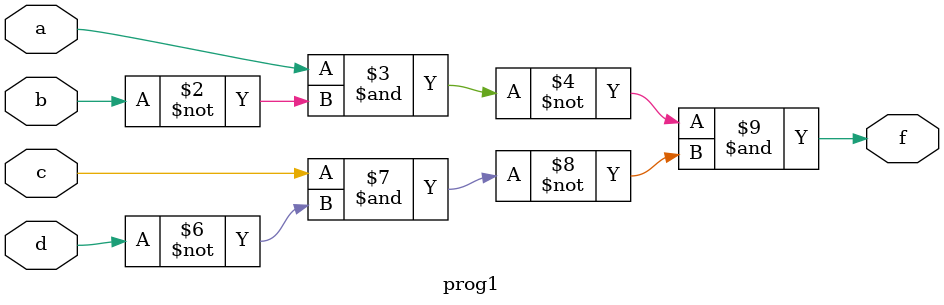
<source format=v>
module prog1(a,b,c,d,f);
input a,b,c,d;
output f;
assign f = ~&((a~&(b~&b))~&(c~&(d~&d)));
endmodule
</source>
